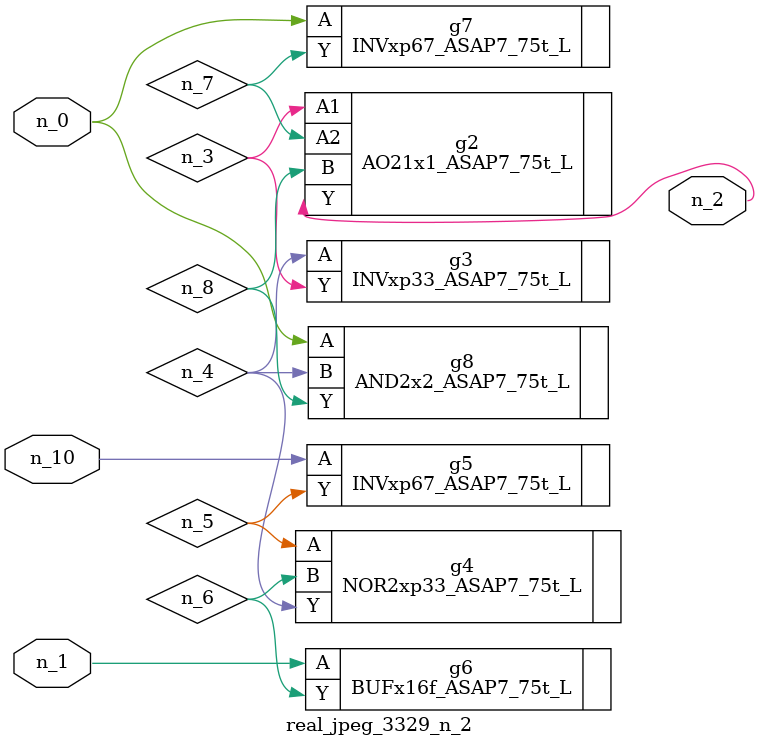
<source format=v>
module real_jpeg_3329_n_2 (n_1, n_10, n_0, n_2);

input n_1;
input n_10;
input n_0;

output n_2;

wire n_5;
wire n_4;
wire n_8;
wire n_6;
wire n_7;
wire n_3;

INVxp67_ASAP7_75t_L g7 ( 
.A(n_0),
.Y(n_7)
);

AND2x2_ASAP7_75t_L g8 ( 
.A(n_0),
.B(n_4),
.Y(n_8)
);

BUFx16f_ASAP7_75t_L g6 ( 
.A(n_1),
.Y(n_6)
);

AO21x1_ASAP7_75t_L g2 ( 
.A1(n_3),
.A2(n_7),
.B(n_8),
.Y(n_2)
);

INVxp33_ASAP7_75t_L g3 ( 
.A(n_4),
.Y(n_3)
);

NOR2xp33_ASAP7_75t_L g4 ( 
.A(n_5),
.B(n_6),
.Y(n_4)
);

INVxp67_ASAP7_75t_L g5 ( 
.A(n_10),
.Y(n_5)
);


endmodule
</source>
